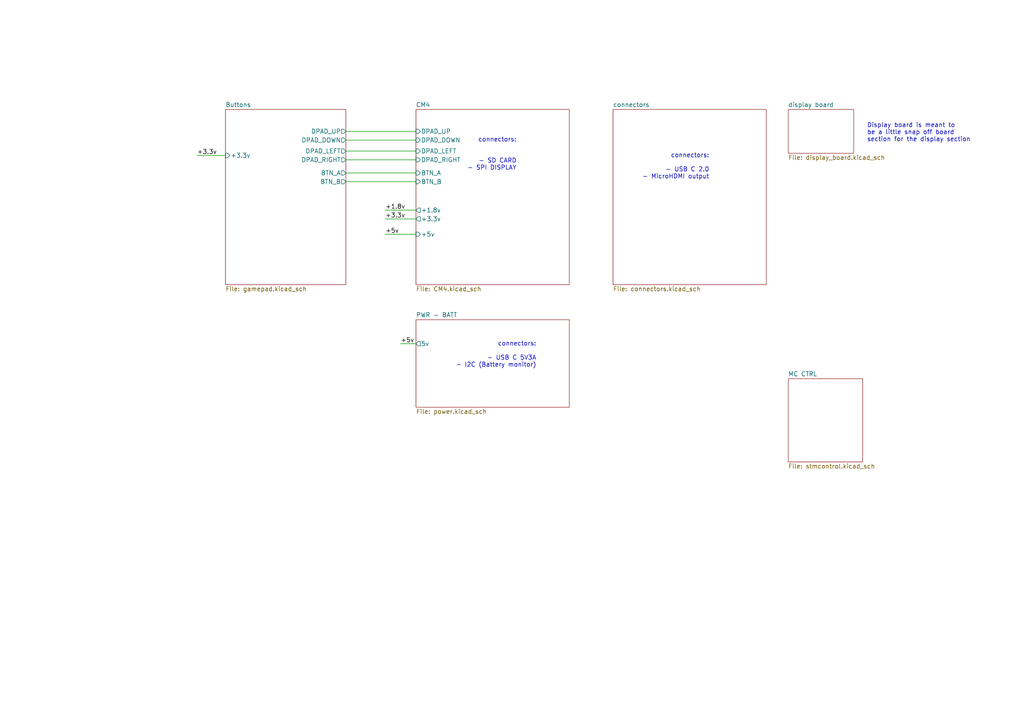
<source format=kicad_sch>
(kicad_sch (version 20210621) (generator eeschema)
  (paper "A4")
  (title_block (title "CM4 Gameboy Main Sheet"))
  (lib_symbols)
  (wire (pts (xy 57.15 45.085) (xy 65.405 45.085)))
  (wire (pts (xy 100.33 38.1) (xy 120.65 38.1)))
  (wire (pts (xy 100.33 40.64) (xy 120.65 40.64)))
  (wire (pts (xy 100.33 43.815) (xy 120.65 43.815)))
  (wire (pts (xy 100.33 46.355) (xy 120.65 46.355)))
  (wire (pts (xy 100.33 50.165) (xy 120.65 50.165)))
  (wire (pts (xy 100.33 52.705) (xy 120.65 52.705)))
  (wire (pts (xy 111.76 60.96) (xy 120.65 60.96)))
  (wire (pts (xy 111.76 63.5) (xy 120.65 63.5)))
  (wire (pts (xy 111.76 67.945) (xy 120.65 67.945)))
  (wire (pts (xy 116.205 99.695) (xy 120.65 99.695)))
  (text "connectors:\n\n\n- SD CARD\n- SPI DISPLAY" (at 149.86 49.53 180) (effects (font (size 1.27 1.27)) (justify right bottom)))
  (text "connectors:\n\n- USB C 5V3A\n- I2C (Battery monitor)\n" (at 155.575 106.68 0) (effects (font (size 1.27 1.27)) (justify right bottom)))
  (text "connectors:\n\n- USB C 2.0\n- MicroHDMI output" (at 205.74 52.07 180) (effects (font (size 1.27 1.27)) (justify right bottom)))
  (text "Display board is meant to\nbe a little snap off board \nsection for the display section\n" (at 251.46 41.275 0) (effects (font (size 1.27 1.27)) (justify left bottom)))
  (label "+3.3v" (at 57.15 45.085 0))
  (label "+1.8v" (at 111.76 60.96 0))
  (label "+3.3v" (at 111.76 63.5 0))
  (label "+5v" (at 111.76 67.945 0))
  (label "+5v" (at 116.205 99.695 0))
  (sheet (at 65.405 31.75) (size 34.925 50.8) (stroke (width 0.0006))
    (property "Sheet name" "Buttons" (at 65.405 31.1143 0) (effects (justify left bottom)))
    (property "Sheet file" "gamepad.kicad_sch" (at 65.405 83.0587 0) (effects (justify left top)))
    (pin "DPAD_UP" output (at 100.33 38.1 0))
    (pin "DPAD_RIGHT" output (at 100.33 46.355 0))
    (pin "DPAD_DOWN" output (at 100.33 40.64 0))
    (pin "DPAD_LEFT" output (at 100.33 43.815 0))
    (pin "BTN_A" output (at 100.33 50.165 0))
    (pin "BTN_B" output (at 100.33 52.705 0))
    (pin "+3.3v" input (at 65.405 45.085 180))
  )
  (sheet (at 120.65 31.75) (size 44.45 50.8) (stroke (width 0.0006))
    (property "Sheet name" "CM4" (at 120.65 31.1143 0) (effects (justify left bottom)))
    (property "Sheet file" "CM4.kicad_sch" (at 120.65 83.0587 0) (effects (justify left top)))
    (pin "+3.3v" output (at 120.65 63.5 180))
    (pin "DPAD_UP" input (at 120.65 38.1 180))
    (pin "DPAD_DOWN" input (at 120.65 40.64 180))
    (pin "DPAD_LEFT" input (at 120.65 43.815 180))
    (pin "DPAD_RIGHT" input (at 120.65 46.355 180))
    (pin "BTN_A" input (at 120.65 50.165 180))
    (pin "BTN_B" input (at 120.65 52.705 180))
    (pin "+5v" input (at 120.65 67.945 180))
    (pin "+1.8v" output (at 120.65 60.96 180))
  )
  (sheet (at 228.6 109.855) (size 21.59 24.13) (stroke (width 0.0006))
    (property "Sheet name" "MC CTRL" (at 228.6 109.2193 0) (effects (justify left bottom)))
    (property "Sheet file" "stmcontrol.kicad_sch" (at 228.6 134.4937 0) (effects (justify left top)))
  )
  (sheet (at 120.65 92.71) (size 44.45 25.4) (stroke (width 0.0006))
    (property "Sheet name" "PWR - BATT" (at 120.65 92.0743 0) (effects (justify left bottom)))
    (property "Sheet file" "power.kicad_sch" (at 120.65 118.6187 0) (effects (justify left top)))
    (pin "5v" output (at 120.65 99.695 180))
  )
  (sheet (at 177.8 31.75) (size 44.45 50.8) (stroke (width 0.0006))
    (property "Sheet name" "connectors" (at 177.8 31.1143 0) (effects (justify left bottom)))
    (property "Sheet file" "connectors.kicad_sch" (at 177.8 83.0587 0) (effects (justify left top)))
  )
  (sheet (at 228.6 31.75) (size 19.05 12.7) (stroke (width 0.0006))
    (property "Sheet name" "display board" (at 228.6 31.1143 0) (effects (justify left bottom)))
    (property "Sheet file" "display_board.kicad_sch" (at 228.6 44.9587 0) (effects (justify left top)))
  )
)
</source>
